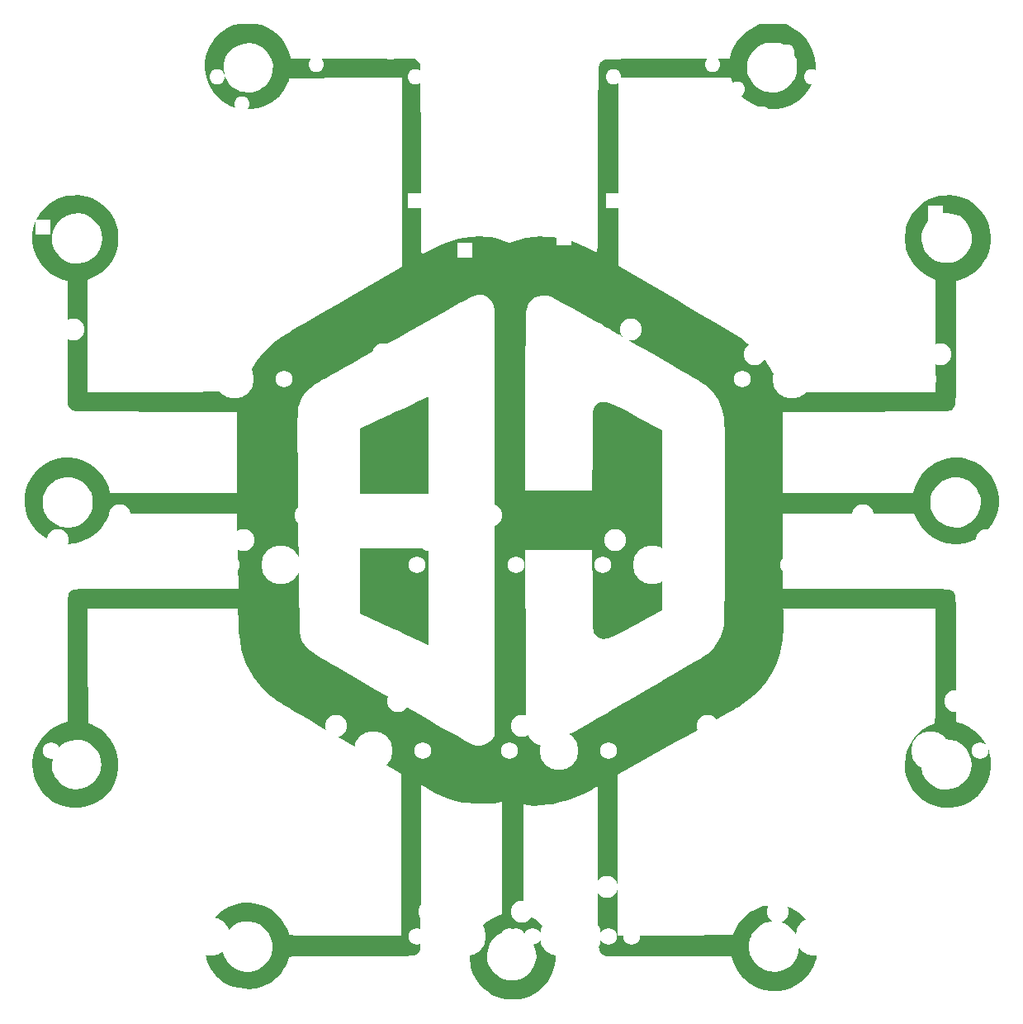
<source format=gbr>
%TF.GenerationSoftware,KiCad,Pcbnew,(5.99.0-10540-g55c1d814f9)*%
%TF.CreationDate,2021-05-28T08:01:38+02:00*%
%TF.ProjectId,0xcb-static,30786362-2d73-4746-9174-69632e6b6963,1.0*%
%TF.SameCoordinates,Original*%
%TF.FileFunction,Legend,Bot*%
%TF.FilePolarity,Positive*%
%FSLAX46Y46*%
G04 Gerber Fmt 4.6, Leading zero omitted, Abs format (unit mm)*
G04 Created by KiCad (PCBNEW (5.99.0-10540-g55c1d814f9)) date 2021-05-28 08:01:38*
%MOMM*%
%LPD*%
G01*
G04 APERTURE LIST*
%ADD10C,1.750000*%
%ADD11C,3.987800*%
%ADD12C,2.250000*%
%ADD13R,1.600000X1.600000*%
%ADD14O,1.600000X1.600000*%
%ADD15C,2.000000*%
%ADD16C,3.048000*%
%ADD17R,1.700000X1.700000*%
%ADD18O,1.700000X1.700000*%
%ADD19R,2.200000X2.200000*%
%ADD20O,2.200000X2.200000*%
%ADD21C,1.400000*%
%ADD22O,1.400000X1.400000*%
%ADD23C,1.600000*%
%ADD24C,1.500000*%
%ADD25R,2.000000X2.000000*%
%ADD26R,2.000000X3.200000*%
%ADD27C,0.700000*%
%ADD28O,0.900000X1.700000*%
%ADD29O,0.900000X2.400000*%
G04 APERTURE END LIST*
%TO.C,G\u002A\u002A\u002A*%
G36*
X143451231Y-107248947D02*
G01*
X143197231Y-107139519D01*
X143110852Y-107100678D01*
X142887253Y-106997978D01*
X142549927Y-106841956D01*
X142114373Y-106639813D01*
X141596088Y-106398755D01*
X141010573Y-106125983D01*
X140373326Y-105828700D01*
X139699846Y-105514111D01*
X136456461Y-103998132D01*
X136436084Y-100664758D01*
X136415706Y-97331385D01*
X143451231Y-97331385D01*
X143451231Y-107248947D01*
G37*
G36*
X143451231Y-91704308D02*
G01*
X136415706Y-91704308D01*
X136436084Y-88365020D01*
X136456461Y-85025733D01*
X139270000Y-83720578D01*
X139347896Y-83684445D01*
X139997143Y-83383379D01*
X140626728Y-83091594D01*
X141216300Y-82818511D01*
X141745504Y-82573553D01*
X142193988Y-82366140D01*
X142541399Y-82205694D01*
X142767385Y-82101636D01*
X143451231Y-81787848D01*
X143451231Y-91704308D01*
G37*
G36*
X183026842Y-48943727D02*
G01*
X182777120Y-49680118D01*
X182409289Y-50348130D01*
X181937151Y-50936860D01*
X181374507Y-51435404D01*
X180735158Y-51832858D01*
X180032907Y-52118318D01*
X179281554Y-52280881D01*
X178494901Y-52309641D01*
X177686749Y-52193697D01*
X177235957Y-52059813D01*
X176532220Y-51734899D01*
X175892242Y-51295859D01*
X175338014Y-50761832D01*
X174891528Y-50151957D01*
X174574776Y-49485372D01*
X174441619Y-49110462D01*
X162910923Y-49110462D01*
X162950615Y-68357024D01*
X168929385Y-71885306D01*
X169688464Y-72333617D01*
X170562890Y-72850933D01*
X171398777Y-73346381D01*
X172185439Y-73813582D01*
X172912190Y-74246159D01*
X173568345Y-74637732D01*
X174143216Y-74981924D01*
X174626119Y-75272355D01*
X175006367Y-75502647D01*
X175273274Y-75666421D01*
X175416154Y-75757299D01*
X176158630Y-76295317D01*
X177089840Y-77099976D01*
X177874418Y-77952104D01*
X178514557Y-78854508D01*
X179012450Y-79809998D01*
X179370292Y-80821385D01*
X179505781Y-81309846D01*
X195423538Y-81309846D01*
X195423538Y-69846784D01*
X194746385Y-69511241D01*
X194291646Y-69253083D01*
X193646334Y-68749079D01*
X193109927Y-68144656D01*
X192694835Y-67454797D01*
X192413467Y-66694486D01*
X192347632Y-66340699D01*
X192308202Y-65847778D01*
X192307935Y-65756464D01*
X194009756Y-65756464D01*
X194122420Y-66315636D01*
X194364855Y-66845129D01*
X194741011Y-67322776D01*
X194865851Y-67437393D01*
X195165393Y-67667740D01*
X195459048Y-67848426D01*
X195510235Y-67873997D01*
X195784591Y-67982972D01*
X196086036Y-68044891D01*
X196478615Y-68073916D01*
X196601472Y-68077069D01*
X197162638Y-68040226D01*
X197637019Y-67903131D01*
X198063647Y-67650021D01*
X198481554Y-67265137D01*
X198656231Y-67061376D01*
X198963900Y-66553247D01*
X199128537Y-65994042D01*
X199156290Y-65366462D01*
X199143104Y-65204004D01*
X199019218Y-64629806D01*
X198769648Y-64130222D01*
X198380426Y-63674789D01*
X198195629Y-63505835D01*
X197850841Y-63249517D01*
X197501981Y-63089729D01*
X197099999Y-63007477D01*
X196595846Y-62983768D01*
X196543620Y-62983773D01*
X196175559Y-62991668D01*
X195908644Y-63019267D01*
X195693850Y-63074572D01*
X195482152Y-63165588D01*
X195254657Y-63291287D01*
X194777754Y-63666340D01*
X194410859Y-64122552D01*
X194157927Y-64637755D01*
X194022909Y-65189782D01*
X194009756Y-65756464D01*
X192307935Y-65756464D01*
X192306652Y-65318151D01*
X192342892Y-64813029D01*
X192416834Y-64393626D01*
X192607100Y-63831805D01*
X192980611Y-63133130D01*
X193475952Y-62511590D01*
X194078313Y-61982030D01*
X194772884Y-61559295D01*
X195544855Y-61258229D01*
X195807215Y-61198894D01*
X196309372Y-61143325D01*
X196862227Y-61135515D01*
X197405526Y-61175349D01*
X197879019Y-61262711D01*
X198103380Y-61329154D01*
X198825137Y-61643368D01*
X199472845Y-62080552D01*
X200033024Y-62623141D01*
X200492188Y-63253572D01*
X200836856Y-63954280D01*
X201053544Y-64707699D01*
X201116386Y-65366462D01*
X201128769Y-65496266D01*
X201117577Y-65878106D01*
X201046492Y-66426362D01*
X200896579Y-66955599D01*
X200652549Y-67531145D01*
X200461315Y-67886230D01*
X199988943Y-68524251D01*
X199407029Y-69062302D01*
X198732698Y-69485952D01*
X197983077Y-69780767D01*
X197533692Y-69910476D01*
X197533400Y-76215853D01*
X197533396Y-76292432D01*
X197533226Y-77423775D01*
X197532680Y-78409920D01*
X197531517Y-79261315D01*
X197529492Y-79988410D01*
X197526363Y-80601652D01*
X197521887Y-81111491D01*
X197515819Y-81528377D01*
X197507918Y-81862757D01*
X197497939Y-82125081D01*
X197485639Y-82325797D01*
X197470776Y-82475356D01*
X197453107Y-82584205D01*
X197432387Y-82662793D01*
X197408373Y-82721570D01*
X197380824Y-82770984D01*
X197375173Y-82780114D01*
X197205656Y-82993465D01*
X197013354Y-83161754D01*
X197011588Y-83162904D01*
X196971036Y-83184995D01*
X196915686Y-83204687D01*
X196836692Y-83222144D01*
X196725212Y-83237530D01*
X196572400Y-83251009D01*
X196369412Y-83262747D01*
X196107404Y-83272908D01*
X195777532Y-83281657D01*
X195370950Y-83289157D01*
X194878816Y-83295575D01*
X194292285Y-83301073D01*
X193602511Y-83305818D01*
X192800652Y-83309973D01*
X191877863Y-83313703D01*
X190825299Y-83317173D01*
X189634116Y-83320548D01*
X188295469Y-83323991D01*
X179792769Y-83345212D01*
X179792769Y-91626154D01*
X193141852Y-91626154D01*
X193303073Y-91095370D01*
X193373401Y-90886697D01*
X193704749Y-90202848D01*
X194161700Y-89576947D01*
X194722680Y-89031039D01*
X195366116Y-88587171D01*
X196070435Y-88267388D01*
X196087956Y-88261426D01*
X196656625Y-88123109D01*
X197294211Y-88054818D01*
X197933072Y-88060027D01*
X198505565Y-88142216D01*
X198666663Y-88182712D01*
X199390138Y-88441153D01*
X200031625Y-88814473D01*
X200628171Y-89323286D01*
X200652026Y-89347183D01*
X201171134Y-89969311D01*
X201553284Y-90636644D01*
X201804334Y-91334628D01*
X201930143Y-92048707D01*
X201935474Y-92642154D01*
X201936571Y-92764329D01*
X201829476Y-93466938D01*
X201614718Y-94141981D01*
X201298156Y-94774902D01*
X200885648Y-95351147D01*
X200383054Y-95856162D01*
X199796232Y-96275393D01*
X199131043Y-96594285D01*
X198393345Y-96798284D01*
X197588996Y-96872836D01*
X197496253Y-96872610D01*
X196642672Y-96792497D01*
X195856756Y-96574569D01*
X195146369Y-96223598D01*
X194519378Y-95744357D01*
X193983647Y-95141618D01*
X193547041Y-94420154D01*
X193209678Y-93736308D01*
X179792769Y-93736308D01*
X179792769Y-101473539D01*
X188276343Y-101473539D01*
X189032284Y-101473479D01*
X190312530Y-101473239D01*
X191449916Y-101473233D01*
X192453164Y-101473931D01*
X193330999Y-101475806D01*
X194092142Y-101479328D01*
X194745318Y-101484970D01*
X195299249Y-101493204D01*
X195762658Y-101504500D01*
X196144269Y-101519330D01*
X196452804Y-101538167D01*
X196696988Y-101561481D01*
X196885542Y-101589745D01*
X197027190Y-101623430D01*
X197130655Y-101663007D01*
X197204661Y-101708949D01*
X197257930Y-101761727D01*
X197299186Y-101821813D01*
X197337151Y-101889678D01*
X197380549Y-101965794D01*
X197388141Y-101978449D01*
X197414487Y-102028739D01*
X197437434Y-102090929D01*
X197457218Y-102175336D01*
X197474074Y-102292273D01*
X197488236Y-102452055D01*
X197499939Y-102664997D01*
X197509418Y-102941415D01*
X197516909Y-103291622D01*
X197522647Y-103725933D01*
X197526865Y-104254663D01*
X197529800Y-104888128D01*
X197531686Y-105636640D01*
X197532758Y-106510517D01*
X197533251Y-107520071D01*
X197533400Y-108675619D01*
X197533692Y-115135237D01*
X198064476Y-115296458D01*
X198111577Y-115311130D01*
X198793450Y-115606934D01*
X199425502Y-116032267D01*
X199987048Y-116564361D01*
X200457403Y-117180449D01*
X200815883Y-117857764D01*
X201041803Y-118573539D01*
X201097213Y-118892719D01*
X201124261Y-119487145D01*
X201134570Y-119713707D01*
X201023054Y-120514284D01*
X200767710Y-121277376D01*
X200373581Y-121985909D01*
X199845710Y-122622810D01*
X199652839Y-122805889D01*
X199012202Y-123286414D01*
X198325057Y-123632877D01*
X197607408Y-123849514D01*
X196875262Y-123940563D01*
X196144623Y-123910261D01*
X195431498Y-123762845D01*
X194751891Y-123502551D01*
X194121809Y-123133617D01*
X193557257Y-122660280D01*
X193074240Y-122086777D01*
X192688764Y-121417345D01*
X192416834Y-120656220D01*
X192319642Y-120093486D01*
X192298363Y-119488000D01*
X193977692Y-119488000D01*
X193979490Y-119736349D01*
X193994665Y-120013745D01*
X194035865Y-120227541D01*
X194115524Y-120433252D01*
X194246073Y-120686398D01*
X194530032Y-121115343D01*
X194981673Y-121553597D01*
X195542211Y-121880382D01*
X196030320Y-122037835D01*
X196601719Y-122087792D01*
X197158769Y-122006743D01*
X197682279Y-121807507D01*
X198153062Y-121502901D01*
X198551925Y-121105744D01*
X198859680Y-120628853D01*
X199057136Y-120085048D01*
X199125105Y-119487145D01*
X199058792Y-118928476D01*
X198852087Y-118353176D01*
X198521311Y-117837886D01*
X198083060Y-117407940D01*
X197553930Y-117088676D01*
X197437955Y-117042578D01*
X196981865Y-116937788D01*
X196472741Y-116910707D01*
X195973484Y-116961307D01*
X195546995Y-117089560D01*
X195086201Y-117346965D01*
X194613513Y-117762025D01*
X194246073Y-118289602D01*
X194152579Y-118466758D01*
X194057417Y-118682052D01*
X194004837Y-118887012D01*
X193982406Y-119137156D01*
X193977692Y-119488000D01*
X192298363Y-119488000D01*
X192296114Y-119424016D01*
X192354189Y-118750280D01*
X192491912Y-118137820D01*
X192700945Y-117618473D01*
X193035687Y-117033142D01*
X193440696Y-116502504D01*
X193881707Y-116077361D01*
X194007961Y-115982954D01*
X194293091Y-115795446D01*
X194606692Y-115613138D01*
X194909517Y-115456973D01*
X195162318Y-115347890D01*
X195325846Y-115306831D01*
X195335332Y-115300074D01*
X195353049Y-115240267D01*
X195368393Y-115111447D01*
X195381508Y-114904885D01*
X195392539Y-114611850D01*
X195401631Y-114223615D01*
X195408927Y-113731450D01*
X195414572Y-113126626D01*
X195418712Y-112400413D01*
X195421490Y-111544083D01*
X195423050Y-110548906D01*
X195423538Y-109406154D01*
X195423538Y-103505539D01*
X179782236Y-103505539D01*
X179835774Y-103674222D01*
X179844365Y-103716666D01*
X179861969Y-103910826D01*
X179875982Y-104214705D01*
X179885148Y-104595992D01*
X179886016Y-104716923D01*
X179888209Y-105022376D01*
X179884336Y-105264000D01*
X179881119Y-105464749D01*
X179776007Y-106756838D01*
X179543635Y-107959506D01*
X179182045Y-109076427D01*
X178689278Y-110111275D01*
X178063376Y-111067723D01*
X177302380Y-111949446D01*
X176404333Y-112760117D01*
X175367276Y-113503410D01*
X175264049Y-113566246D01*
X175015758Y-113711058D01*
X174650081Y-113920597D01*
X174178057Y-114188658D01*
X173610721Y-114509037D01*
X172959113Y-114875527D01*
X172234270Y-115281923D01*
X171447229Y-115722020D01*
X170609027Y-116189612D01*
X169730703Y-116678494D01*
X168823294Y-117182462D01*
X162836190Y-120504000D01*
X162834787Y-128769261D01*
X162833385Y-137034521D01*
X168742700Y-137014491D01*
X174652016Y-136994462D01*
X174774423Y-136681846D01*
X174832263Y-136541924D01*
X175216250Y-135847940D01*
X175722042Y-135230710D01*
X176329046Y-134708547D01*
X177016667Y-134299768D01*
X177764313Y-134022688D01*
X178121760Y-133956585D01*
X178613330Y-133917905D01*
X179141271Y-133916793D01*
X179644571Y-133953140D01*
X180062220Y-134026834D01*
X180719594Y-134260970D01*
X181401416Y-134649471D01*
X182008707Y-135153350D01*
X182522459Y-135753547D01*
X182923664Y-136431000D01*
X183193314Y-137166650D01*
X183201469Y-137199388D01*
X183263472Y-137580286D01*
X183297716Y-138048713D01*
X183299026Y-138164325D01*
X183303336Y-138544567D01*
X183279463Y-139007748D01*
X183225231Y-139378154D01*
X183176885Y-139566067D01*
X182898525Y-140271809D01*
X182490704Y-140923724D01*
X181972428Y-141503042D01*
X181362704Y-141990990D01*
X180680541Y-142368799D01*
X179944944Y-142617697D01*
X179461167Y-142703807D01*
X178652822Y-142728714D01*
X177859682Y-142610794D01*
X177103350Y-142356063D01*
X176405430Y-141970536D01*
X175787525Y-141460226D01*
X175508075Y-141150546D01*
X175127588Y-140618821D01*
X174825224Y-140056574D01*
X174631364Y-139514923D01*
X174537905Y-139143692D01*
X161606038Y-139143692D01*
X161340481Y-138964929D01*
X161314069Y-138947570D01*
X161239031Y-138901074D01*
X161172358Y-138857735D01*
X161113516Y-138808694D01*
X161061971Y-138745091D01*
X161017189Y-138658069D01*
X160978636Y-138538767D01*
X160945778Y-138378328D01*
X160918082Y-138167892D01*
X160914638Y-138127692D01*
X176314923Y-138127692D01*
X176322385Y-138481279D01*
X176353330Y-138749503D01*
X176419668Y-138981158D01*
X176533303Y-139236702D01*
X176543592Y-139257332D01*
X176810342Y-139668484D01*
X177164588Y-140051379D01*
X177562776Y-140365360D01*
X177961352Y-140569769D01*
X178376076Y-140689017D01*
X178970945Y-140748357D01*
X179542650Y-140659901D01*
X180111718Y-140422241D01*
X180431402Y-140216755D01*
X180869858Y-139800044D01*
X181197010Y-139302820D01*
X181401836Y-138749456D01*
X181473318Y-138164325D01*
X181400437Y-137571800D01*
X181197699Y-137016905D01*
X180866271Y-136498793D01*
X180436146Y-136081598D01*
X179924916Y-135778520D01*
X179350171Y-135602760D01*
X178729503Y-135567519D01*
X178563255Y-135582341D01*
X177950423Y-135727225D01*
X177413915Y-136008054D01*
X176957007Y-136422686D01*
X176582978Y-136968982D01*
X176517509Y-137091776D01*
X176408143Y-137325657D01*
X176347139Y-137536434D01*
X176320673Y-137783862D01*
X176314923Y-138127692D01*
X160914638Y-138127692D01*
X160895013Y-137898600D01*
X160876038Y-137561595D01*
X160860623Y-137148016D01*
X160848233Y-136649005D01*
X160838336Y-136055703D01*
X160830397Y-135359252D01*
X160823881Y-134550792D01*
X160818256Y-133621465D01*
X160812988Y-132562411D01*
X160807542Y-131364773D01*
X160801385Y-130019691D01*
X160762308Y-121716304D01*
X160293385Y-122002424D01*
X160113327Y-122108446D01*
X159414411Y-122467148D01*
X158620999Y-122807688D01*
X157780836Y-123112312D01*
X156941666Y-123363265D01*
X156151231Y-123542792D01*
X155736611Y-123612326D01*
X154961628Y-123701317D01*
X154284178Y-123721038D01*
X153718432Y-123671443D01*
X153278564Y-123552481D01*
X153278472Y-123552443D01*
X153252434Y-123547902D01*
X153229983Y-123564207D01*
X153210902Y-123611777D01*
X153194973Y-123701033D01*
X153181981Y-123842394D01*
X153171707Y-124046281D01*
X153163935Y-124323114D01*
X153158447Y-124683312D01*
X153155026Y-125137297D01*
X153153456Y-125695487D01*
X153153518Y-126368302D01*
X153154997Y-127166164D01*
X153157674Y-128099491D01*
X153161333Y-129178704D01*
X153181385Y-134861602D01*
X153671934Y-135046009D01*
X154332550Y-135357552D01*
X154985340Y-135824378D01*
X155539672Y-136412018D01*
X155992854Y-137118068D01*
X156088465Y-137310929D01*
X156361357Y-138066707D01*
X156490563Y-138835168D01*
X156486719Y-139236992D01*
X156483247Y-139599942D01*
X156346572Y-140344659D01*
X156087701Y-141052951D01*
X155713797Y-141708446D01*
X155232024Y-142294777D01*
X154649544Y-142795573D01*
X153973520Y-143194464D01*
X153211116Y-143475081D01*
X152766178Y-143562306D01*
X152058963Y-143597762D01*
X151325965Y-143529387D01*
X150615798Y-143362766D01*
X149977077Y-143103485D01*
X149428528Y-142750328D01*
X148883549Y-142251301D01*
X148410561Y-141660740D01*
X148035525Y-141011410D01*
X147784401Y-140336078D01*
X147722444Y-140019996D01*
X147677163Y-139517173D01*
X147673301Y-138995570D01*
X149430383Y-138995570D01*
X149475286Y-139572398D01*
X149652142Y-140125632D01*
X149948487Y-140628983D01*
X150351859Y-141056160D01*
X150849798Y-141380874D01*
X151171017Y-141506996D01*
X151722664Y-141616381D01*
X152286298Y-141616842D01*
X152803710Y-141504689D01*
X153041130Y-141407674D01*
X153562993Y-141083440D01*
X153983670Y-140640800D01*
X154305812Y-140077236D01*
X154401483Y-139823636D01*
X154512346Y-139236992D01*
X154478629Y-138656973D01*
X154307555Y-138102435D01*
X154006350Y-137592229D01*
X153582238Y-137145211D01*
X153042442Y-136780234D01*
X153015735Y-136766196D01*
X152826621Y-136683913D01*
X152620083Y-136634530D01*
X152349938Y-136610462D01*
X151970000Y-136604124D01*
X151910636Y-136604220D01*
X151548212Y-136612507D01*
X151289348Y-136639550D01*
X151087858Y-136692930D01*
X150897558Y-136780234D01*
X150543277Y-136997252D01*
X150070722Y-137417457D01*
X149724735Y-137925963D01*
X149498836Y-138530882D01*
X149430383Y-138995570D01*
X147673301Y-138995570D01*
X147673141Y-138973907D01*
X147710269Y-138452894D01*
X147788437Y-138016828D01*
X147879427Y-137720697D01*
X148206802Y-137007865D01*
X148659159Y-136358628D01*
X149216698Y-135794423D01*
X149859623Y-135336688D01*
X150568136Y-135006862D01*
X150993077Y-134857219D01*
X151013118Y-129059286D01*
X151013652Y-128904362D01*
X151017159Y-127833604D01*
X151019676Y-126907444D01*
X151020993Y-126115558D01*
X151020898Y-125447621D01*
X151019182Y-124893307D01*
X151015634Y-124442293D01*
X151010044Y-124084252D01*
X151002201Y-123808861D01*
X150991896Y-123605795D01*
X150978917Y-123464728D01*
X150963054Y-123375337D01*
X150944098Y-123327295D01*
X150921837Y-123310278D01*
X150896062Y-123313962D01*
X150833787Y-123336708D01*
X150549159Y-123414651D01*
X150204675Y-123467384D01*
X149776478Y-123496744D01*
X149240711Y-123504565D01*
X148573517Y-123492685D01*
X148506348Y-123490744D01*
X147982153Y-123472529D01*
X147570588Y-123449512D01*
X147232361Y-123416965D01*
X146928177Y-123370159D01*
X146618745Y-123304366D01*
X146264769Y-123214859D01*
X145215134Y-122890915D01*
X144240467Y-122483879D01*
X143361800Y-121995444D01*
X142708769Y-121580835D01*
X142669692Y-130030110D01*
X142663291Y-131350239D01*
X142656560Y-132588881D01*
X142649682Y-133686364D01*
X142642531Y-134650439D01*
X142634978Y-135488859D01*
X142626897Y-136209379D01*
X142618159Y-136819749D01*
X142608639Y-137327724D01*
X142598208Y-137741055D01*
X142586739Y-138067496D01*
X142574104Y-138314800D01*
X142567682Y-138395916D01*
X142560177Y-138490719D01*
X142544830Y-138603005D01*
X142527935Y-138659413D01*
X142520286Y-138672153D01*
X142374182Y-138838730D01*
X142176243Y-138991275D01*
X142169038Y-138995628D01*
X142119208Y-139022387D01*
X142058296Y-139045701D01*
X141975929Y-139065807D01*
X141861733Y-139082943D01*
X141705336Y-139097347D01*
X141496364Y-139109256D01*
X141224444Y-139118908D01*
X140879202Y-139126541D01*
X140450265Y-139132392D01*
X139927261Y-139136699D01*
X139299815Y-139139701D01*
X138557555Y-139141634D01*
X137690107Y-139142736D01*
X136687097Y-139143246D01*
X135538154Y-139143400D01*
X134448167Y-139143556D01*
X133438038Y-139144085D01*
X132564867Y-139145203D01*
X131818707Y-139147130D01*
X131189613Y-139150086D01*
X130667637Y-139154291D01*
X130242834Y-139159964D01*
X129905257Y-139167326D01*
X129644960Y-139176596D01*
X129451998Y-139187993D01*
X129316423Y-139201739D01*
X129228290Y-139218052D01*
X129177652Y-139237153D01*
X129154563Y-139259261D01*
X129149077Y-139284596D01*
X129144524Y-139331877D01*
X129077594Y-139550049D01*
X128946330Y-139846522D01*
X128770797Y-140184256D01*
X128571064Y-140526212D01*
X128367198Y-140835353D01*
X128179265Y-141074637D01*
X127878466Y-141376119D01*
X127235453Y-141857392D01*
X126514965Y-142211319D01*
X125735731Y-142429693D01*
X124916477Y-142504308D01*
X124706073Y-142500764D01*
X123892313Y-142409230D01*
X123158065Y-142189373D01*
X122487510Y-141835160D01*
X121864829Y-141340559D01*
X121590817Y-141064613D01*
X121098303Y-140427368D01*
X120751199Y-139738020D01*
X120545205Y-138986727D01*
X120486134Y-138284000D01*
X122290020Y-138284000D01*
X122309008Y-138488434D01*
X122461348Y-139101205D01*
X122744290Y-139639196D01*
X123146295Y-140088470D01*
X123655826Y-140435091D01*
X124261343Y-140665121D01*
X124327958Y-140682093D01*
X124634625Y-140749988D01*
X124874916Y-140771052D01*
X125118931Y-140745878D01*
X125436769Y-140675060D01*
X125549538Y-140645594D01*
X125986042Y-140486596D01*
X126360516Y-140255654D01*
X126734517Y-139916802D01*
X127065107Y-139497809D01*
X127318762Y-138963841D01*
X127438548Y-138395916D01*
X127425351Y-137817516D01*
X127280052Y-137252121D01*
X127003537Y-136723214D01*
X126596688Y-136254276D01*
X126219279Y-135963419D01*
X125670777Y-135694576D01*
X125094545Y-135564718D01*
X124512156Y-135572889D01*
X123945180Y-135718134D01*
X123415188Y-135999497D01*
X122943751Y-136416024D01*
X122783357Y-136608452D01*
X122478171Y-137116129D01*
X122316612Y-137666397D01*
X122290020Y-138284000D01*
X120486134Y-138284000D01*
X120476018Y-138163651D01*
X120506148Y-137505680D01*
X120637524Y-136783654D01*
X120883130Y-136137137D01*
X121253814Y-135539087D01*
X121760428Y-134962462D01*
X122298575Y-134504188D01*
X122972676Y-134101632D01*
X123687853Y-133831149D01*
X124426916Y-133689992D01*
X125172676Y-133675412D01*
X125907945Y-133784661D01*
X126615533Y-134014989D01*
X127278251Y-134363648D01*
X127878910Y-134827891D01*
X128400322Y-135404968D01*
X128825297Y-136092130D01*
X128894726Y-136234277D01*
X129025118Y-136522957D01*
X129115359Y-136753676D01*
X129149077Y-136886281D01*
X129149592Y-136897972D01*
X129158759Y-136924237D01*
X129187590Y-136946873D01*
X129246596Y-136966149D01*
X129346289Y-136982336D01*
X129497179Y-136995702D01*
X129709777Y-137006517D01*
X129994594Y-137015051D01*
X130362142Y-137021572D01*
X130822931Y-137026351D01*
X131387473Y-137029657D01*
X132066278Y-137031760D01*
X132869858Y-137032927D01*
X133808723Y-137033431D01*
X134893385Y-137033539D01*
X140637692Y-137033539D01*
X140636922Y-128729692D01*
X140636151Y-120425846D01*
X134524310Y-116869846D01*
X133678296Y-116376911D01*
X132791564Y-115858719D01*
X131943006Y-115361286D01*
X131143411Y-114891009D01*
X130403567Y-114454284D01*
X129734261Y-114057507D01*
X129146282Y-113707076D01*
X128650417Y-113409386D01*
X128257454Y-113170834D01*
X127978182Y-112997816D01*
X127823389Y-112896728D01*
X126952593Y-112197819D01*
X126172892Y-111403956D01*
X125506913Y-110540132D01*
X124975093Y-109629785D01*
X124757584Y-109161401D01*
X124475347Y-108423418D01*
X124258539Y-107653475D01*
X124100674Y-106821754D01*
X123995260Y-105898434D01*
X123935811Y-104853692D01*
X123889118Y-103505539D01*
X108516461Y-103505539D01*
X108516461Y-109406154D01*
X108516573Y-109979075D01*
X108517563Y-111049201D01*
X108519696Y-111975983D01*
X108523116Y-112768149D01*
X108527967Y-113434430D01*
X108534395Y-113983553D01*
X108542543Y-114424249D01*
X108552557Y-114765246D01*
X108564580Y-115015274D01*
X108578758Y-115183061D01*
X108595234Y-115277337D01*
X108614154Y-115306831D01*
X108687387Y-115318862D01*
X108903158Y-115398613D01*
X109187382Y-115535279D01*
X109500811Y-115707919D01*
X109804197Y-115895594D01*
X110058293Y-116077361D01*
X110447129Y-116444392D01*
X110858322Y-116964958D01*
X111203397Y-117546368D01*
X111448088Y-118137820D01*
X111476625Y-118231808D01*
X111631270Y-119022720D01*
X111639197Y-119488000D01*
X111644898Y-119822592D01*
X111522907Y-120608248D01*
X111270698Y-121356512D01*
X110893670Y-122044208D01*
X110397224Y-122648161D01*
X109883132Y-123089332D01*
X109190084Y-123505763D01*
X108438580Y-123787399D01*
X107647250Y-123929441D01*
X106834721Y-123927093D01*
X106019624Y-123775556D01*
X105662082Y-123658225D01*
X104946950Y-123310879D01*
X104317769Y-122848497D01*
X103784348Y-122287419D01*
X103356495Y-121643987D01*
X103044022Y-120934542D01*
X102856736Y-120175424D01*
X102811376Y-119488000D01*
X104817179Y-119488000D01*
X104820584Y-119700334D01*
X104850552Y-119995661D01*
X104926769Y-120260221D01*
X105067539Y-120573374D01*
X105112748Y-120661389D01*
X105471112Y-121180365D01*
X105925036Y-121588578D01*
X106456359Y-121869086D01*
X106660976Y-121935554D01*
X107251275Y-122023880D01*
X107837712Y-121971934D01*
X108396130Y-121789588D01*
X108902373Y-121486717D01*
X109332288Y-121073194D01*
X109661716Y-120558892D01*
X109745012Y-120374717D01*
X109827245Y-120123539D01*
X109866760Y-119850186D01*
X109876954Y-119488000D01*
X109855687Y-119106960D01*
X109723302Y-118551519D01*
X109460312Y-118064187D01*
X109055844Y-117620232D01*
X108875700Y-117471391D01*
X108361611Y-117167233D01*
X107820804Y-116997851D01*
X107272317Y-116954857D01*
X106735190Y-117029859D01*
X106228461Y-117214470D01*
X105771171Y-117500299D01*
X105382359Y-117878956D01*
X105081063Y-118342051D01*
X104886324Y-118881196D01*
X104817179Y-119488000D01*
X102811376Y-119488000D01*
X102804446Y-119382977D01*
X102896964Y-118573539D01*
X102917190Y-118482067D01*
X103156498Y-117782268D01*
X103526115Y-117118318D01*
X104004434Y-116513989D01*
X104569846Y-115993054D01*
X105200745Y-115579286D01*
X105875524Y-115296458D01*
X106406308Y-115135237D01*
X106406308Y-108691276D01*
X106406171Y-107574545D01*
X106406165Y-106529252D01*
X106406990Y-105620736D01*
X106409347Y-104838933D01*
X106413939Y-104173776D01*
X106421466Y-103615201D01*
X106432629Y-103153144D01*
X106448130Y-102777537D01*
X106468671Y-102478318D01*
X106494952Y-102245421D01*
X106527674Y-102068780D01*
X106567540Y-101938330D01*
X106615251Y-101844008D01*
X106671507Y-101775747D01*
X106737010Y-101723482D01*
X106812462Y-101677149D01*
X106898563Y-101626682D01*
X106919462Y-101614353D01*
X106965525Y-101591587D01*
X107024399Y-101571427D01*
X107105052Y-101553713D01*
X107216453Y-101538288D01*
X107367571Y-101524992D01*
X107567374Y-101513667D01*
X107824831Y-101504155D01*
X108148910Y-101496297D01*
X108548580Y-101489933D01*
X109032809Y-101484907D01*
X109610566Y-101481059D01*
X110290819Y-101478230D01*
X111082538Y-101476263D01*
X111994690Y-101474997D01*
X113036244Y-101474276D01*
X114216169Y-101473940D01*
X115543433Y-101473831D01*
X123938096Y-101473539D01*
X123886476Y-98718615D01*
X123879078Y-98312372D01*
X123867142Y-97605797D01*
X123856516Y-96913038D01*
X123847581Y-96262587D01*
X123840719Y-95682936D01*
X123836310Y-95202577D01*
X123834736Y-94850000D01*
X123834615Y-93736308D01*
X110730322Y-93736308D01*
X110392959Y-94420154D01*
X110352223Y-94500924D01*
X109904896Y-95210210D01*
X109359264Y-95800273D01*
X108723195Y-96266339D01*
X108004551Y-96603637D01*
X107211199Y-96807393D01*
X106351004Y-96872836D01*
X106314375Y-96872478D01*
X105513063Y-96791922D01*
X104778576Y-96582535D01*
X104116781Y-96258886D01*
X103533543Y-95835546D01*
X103034726Y-95327083D01*
X102626197Y-94748065D01*
X102313819Y-94113061D01*
X102103458Y-93436641D01*
X102000980Y-92733374D01*
X102002417Y-92642154D01*
X103872929Y-92642154D01*
X103889295Y-92947834D01*
X104028152Y-93554177D01*
X104304039Y-94089042D01*
X104711482Y-94543389D01*
X105245005Y-94908176D01*
X105395468Y-94985573D01*
X105681118Y-95104290D01*
X105965132Y-95167295D01*
X106326172Y-95195491D01*
X106604066Y-95199022D01*
X107077065Y-95148333D01*
X107495308Y-95007836D01*
X107916530Y-94761787D01*
X107924706Y-94756144D01*
X108274869Y-94468323D01*
X108565817Y-94117747D01*
X108836098Y-93658154D01*
X108903020Y-93515266D01*
X108973415Y-93289767D01*
X109009354Y-93016743D01*
X109020654Y-92642154D01*
X108991322Y-92118268D01*
X108882843Y-91680210D01*
X108675773Y-91285271D01*
X108350717Y-90882507D01*
X107893586Y-90484246D01*
X107383309Y-90212740D01*
X106846762Y-90069295D01*
X106302813Y-90046497D01*
X105770332Y-90136931D01*
X105268188Y-90333181D01*
X104815249Y-90627832D01*
X104430384Y-91013470D01*
X104132463Y-91482680D01*
X103940355Y-92028046D01*
X103872929Y-92642154D01*
X102002417Y-92642154D01*
X102012249Y-92017828D01*
X102143131Y-91304572D01*
X102399490Y-90608176D01*
X102787192Y-89943207D01*
X103312102Y-89324236D01*
X103408605Y-89230692D01*
X104020565Y-88739877D01*
X104686647Y-88382833D01*
X105440632Y-88140778D01*
X105477172Y-88132442D01*
X106047894Y-88057106D01*
X106681645Y-88056819D01*
X107311258Y-88128080D01*
X107869565Y-88267388D01*
X108059901Y-88338278D01*
X108756587Y-88695145D01*
X109383274Y-89170382D01*
X109919322Y-89742894D01*
X110344087Y-90391589D01*
X110636927Y-91095370D01*
X110798148Y-91626154D01*
X123805937Y-91626154D01*
X123800738Y-87485880D01*
X123797683Y-85053202D01*
X130017724Y-85053202D01*
X130018149Y-85627785D01*
X130020264Y-86295651D01*
X130024043Y-87064676D01*
X130029457Y-87942738D01*
X130036480Y-88937714D01*
X130045084Y-90057482D01*
X130055243Y-91309919D01*
X130066419Y-92642154D01*
X130066929Y-92702901D01*
X130080114Y-94244308D01*
X130089134Y-95259088D01*
X130101413Y-96546284D01*
X130114198Y-97789575D01*
X130127355Y-98979595D01*
X130140746Y-100106977D01*
X130154236Y-101162355D01*
X130167688Y-102136362D01*
X130180967Y-103019631D01*
X130193936Y-103802796D01*
X130206459Y-104476491D01*
X130218400Y-105031348D01*
X130229622Y-105458002D01*
X130239990Y-105747085D01*
X130249368Y-105889231D01*
X130350545Y-106405549D01*
X130519503Y-106863267D01*
X130771465Y-107269975D01*
X131123601Y-107647860D01*
X131593082Y-108019107D01*
X132197077Y-108405902D01*
X132467561Y-108565859D01*
X132930349Y-108837688D01*
X133484460Y-109161520D01*
X134119594Y-109531430D01*
X134825453Y-109941493D01*
X135591736Y-110385786D01*
X136408145Y-110858384D01*
X137264381Y-111353362D01*
X138150143Y-111864797D01*
X139055133Y-112386763D01*
X139969051Y-112913337D01*
X140881599Y-113438593D01*
X141782476Y-113956608D01*
X142661383Y-114461458D01*
X143508021Y-114947217D01*
X144312092Y-115407961D01*
X145063294Y-115837766D01*
X145751330Y-116230708D01*
X146365899Y-116580862D01*
X146896703Y-116882303D01*
X147333442Y-117129108D01*
X147665817Y-117315352D01*
X147883529Y-117435111D01*
X147976278Y-117482459D01*
X148424057Y-117567248D01*
X148885711Y-117536053D01*
X149321630Y-117400307D01*
X149693611Y-117171922D01*
X149963450Y-116862810D01*
X150023177Y-116769547D01*
X150131381Y-116637089D01*
X150196927Y-116607748D01*
X150197602Y-116607629D01*
X150204050Y-116522078D01*
X150208222Y-116360275D01*
X150267313Y-116360275D01*
X150276667Y-116453026D01*
X150300174Y-116465253D01*
X150328769Y-116400923D01*
X150323129Y-116359549D01*
X150276667Y-116348821D01*
X150267313Y-116360275D01*
X150208222Y-116360275D01*
X150210072Y-116288554D01*
X150215673Y-115914626D01*
X150220859Y-115407864D01*
X150225634Y-114775838D01*
X150230004Y-114026117D01*
X150233973Y-113166270D01*
X150237548Y-112203868D01*
X150240732Y-111146479D01*
X150243531Y-110001674D01*
X150245950Y-108777021D01*
X150247995Y-107480091D01*
X150249669Y-106118452D01*
X150250979Y-104699675D01*
X150251930Y-103231329D01*
X150252526Y-101720983D01*
X150252773Y-100176208D01*
X150252676Y-98604571D01*
X150252369Y-97487692D01*
X153371885Y-97487692D01*
X153378279Y-100176208D01*
X153393865Y-106729385D01*
X153395019Y-107209613D01*
X153398451Y-108562438D01*
X153401900Y-109770328D01*
X153405505Y-110841827D01*
X153409408Y-111785485D01*
X153413748Y-112609848D01*
X153418666Y-113323462D01*
X153424301Y-113934877D01*
X153430794Y-114452638D01*
X153438286Y-114885294D01*
X153446915Y-115241391D01*
X153456823Y-115529476D01*
X153468150Y-115758097D01*
X153481036Y-115935801D01*
X153495621Y-116071136D01*
X153512044Y-116172648D01*
X153530448Y-116248885D01*
X153550970Y-116308394D01*
X153596288Y-116400923D01*
X153756063Y-116727148D01*
X154017021Y-117053606D01*
X154358769Y-117306799D01*
X154369562Y-117313042D01*
X154712828Y-117454088D01*
X155110737Y-117535118D01*
X155500926Y-117548469D01*
X155821030Y-117486478D01*
X155891141Y-117453980D01*
X156097740Y-117347680D01*
X156411755Y-117180416D01*
X156816071Y-116961697D01*
X157293575Y-116701035D01*
X157827152Y-116407938D01*
X158399686Y-116091918D01*
X158994063Y-115762484D01*
X159593170Y-115429147D01*
X160179890Y-115101416D01*
X160737110Y-114788801D01*
X161247715Y-114500814D01*
X161694591Y-114246963D01*
X162060622Y-114036760D01*
X162328694Y-113879713D01*
X162481692Y-113785334D01*
X162502382Y-113771900D01*
X162668612Y-113670157D01*
X162954742Y-113499902D01*
X163348085Y-113268522D01*
X163835952Y-112983401D01*
X164405656Y-112651925D01*
X165044508Y-112281481D01*
X165739821Y-111879453D01*
X166478907Y-111453229D01*
X167249077Y-111010193D01*
X167430040Y-110906163D01*
X168195273Y-110464872D01*
X168926967Y-110040759D01*
X169612344Y-109641360D01*
X170238629Y-109274213D01*
X170793043Y-108946855D01*
X171262810Y-108666825D01*
X171635152Y-108441658D01*
X171897294Y-108278892D01*
X172036456Y-108186065D01*
X172546484Y-107724728D01*
X173029410Y-107098906D01*
X173409466Y-106374418D01*
X173675059Y-105569772D01*
X173687453Y-105515037D01*
X173705565Y-105415027D01*
X173721865Y-105291647D01*
X173724471Y-105264000D01*
X173774923Y-105264000D01*
X173814000Y-105303077D01*
X173853077Y-105264000D01*
X173814000Y-105224923D01*
X173774923Y-105264000D01*
X173724471Y-105264000D01*
X173736478Y-105136590D01*
X173749528Y-104941546D01*
X173761053Y-104700030D01*
X173864506Y-104700030D01*
X173879967Y-104855180D01*
X173883081Y-104862147D01*
X173907547Y-104850396D01*
X173915995Y-104716923D01*
X173915479Y-104692653D01*
X173901948Y-104588847D01*
X173877071Y-104620718D01*
X173864506Y-104700030D01*
X173761053Y-104700030D01*
X173761140Y-104698207D01*
X173771437Y-104398265D01*
X173780545Y-104033409D01*
X173788588Y-103595333D01*
X173795690Y-103075727D01*
X173801975Y-102466283D01*
X173807569Y-101758691D01*
X173812596Y-100944644D01*
X173817180Y-100015832D01*
X173821445Y-98963948D01*
X173825516Y-97780681D01*
X173829518Y-96457725D01*
X173833575Y-94986769D01*
X173834378Y-94683720D01*
X173838113Y-93203220D01*
X173839402Y-92604720D01*
X194916707Y-92604720D01*
X194924404Y-92952358D01*
X194959356Y-93213794D01*
X195037012Y-93457967D01*
X195172821Y-93754209D01*
X195452643Y-94212939D01*
X195883280Y-94658663D01*
X196428061Y-95000130D01*
X196662960Y-95087048D01*
X197065736Y-95169380D01*
X197504561Y-95204394D01*
X197919159Y-95188224D01*
X198249255Y-95117000D01*
X198375110Y-95067415D01*
X198968508Y-94748765D01*
X199439920Y-94339402D01*
X199783829Y-93846838D01*
X199994719Y-93278585D01*
X200067071Y-92642154D01*
X200066777Y-92562134D01*
X200046591Y-92206904D01*
X199984260Y-91916824D01*
X199864980Y-91616775D01*
X199636126Y-91209416D01*
X199241354Y-90743199D01*
X198773701Y-90391447D01*
X198253740Y-90157691D01*
X197702041Y-90045465D01*
X197139175Y-90058301D01*
X196585713Y-90199731D01*
X196062225Y-90473289D01*
X195589283Y-90882507D01*
X195327735Y-91196989D01*
X195086715Y-91612608D01*
X194956415Y-92064672D01*
X194916707Y-92604720D01*
X173839402Y-92604720D01*
X173840987Y-91868788D01*
X173842814Y-90671843D01*
X173843407Y-89603803D01*
X173842577Y-88656085D01*
X173840139Y-87820107D01*
X173835905Y-87087286D01*
X173829688Y-86449041D01*
X173821300Y-85896789D01*
X173810555Y-85421948D01*
X173797265Y-85015936D01*
X173781243Y-84670170D01*
X173762303Y-84376069D01*
X173740256Y-84125049D01*
X173714916Y-83908529D01*
X173686096Y-83717927D01*
X173653608Y-83544660D01*
X173617265Y-83380145D01*
X173576880Y-83215801D01*
X173445769Y-82793832D01*
X173143600Y-82124793D01*
X172750503Y-81500679D01*
X172291010Y-80958297D01*
X171789656Y-80534453D01*
X171781005Y-80528654D01*
X171640715Y-80441861D01*
X171379037Y-80285744D01*
X171008609Y-80067656D01*
X170542068Y-79794952D01*
X169992053Y-79474985D01*
X169371201Y-79115108D01*
X168692149Y-78722677D01*
X167967537Y-78305044D01*
X167210000Y-77869564D01*
X167110229Y-77812274D01*
X166356248Y-77378722D01*
X165636819Y-76964007D01*
X164964579Y-76575479D01*
X164352167Y-76220490D01*
X163812224Y-75906390D01*
X163357386Y-75640528D01*
X163000294Y-75430256D01*
X162753585Y-75282924D01*
X162629899Y-75205882D01*
X162549867Y-75155560D01*
X162329637Y-75025500D01*
X162002408Y-74836999D01*
X161585987Y-74599981D01*
X161098185Y-74324371D01*
X160556809Y-74020094D01*
X159979668Y-73697076D01*
X159384572Y-73365240D01*
X158789329Y-73034512D01*
X158211747Y-72714816D01*
X157669637Y-72416079D01*
X157180805Y-72148223D01*
X156763062Y-71921176D01*
X156434215Y-71744860D01*
X156212075Y-71629202D01*
X155933360Y-71502121D01*
X155618983Y-71410429D01*
X155291257Y-71384308D01*
X155166792Y-71387415D01*
X154644617Y-71481351D01*
X154209571Y-71703933D01*
X153864807Y-72052184D01*
X153637316Y-72478462D01*
X153613479Y-72523129D01*
X153458740Y-73113793D01*
X153448384Y-73221359D01*
X153435314Y-73501637D01*
X153423505Y-73933353D01*
X153412982Y-74513696D01*
X153403769Y-75239857D01*
X153395890Y-76109027D01*
X153389369Y-77118397D01*
X153384231Y-78265158D01*
X153380501Y-79546500D01*
X153378202Y-80959615D01*
X153377360Y-82501692D01*
X153376769Y-91391692D01*
X160249087Y-91391692D01*
X160271236Y-87230000D01*
X160274243Y-86669071D01*
X160278988Y-85843897D01*
X160283852Y-85153966D01*
X160289419Y-84586078D01*
X160296271Y-84127029D01*
X160304992Y-83763619D01*
X160316165Y-83482644D01*
X160330371Y-83270904D01*
X160348194Y-83115197D01*
X160370216Y-83002319D01*
X160397022Y-82919070D01*
X160429192Y-82852248D01*
X160467311Y-82788650D01*
X160523951Y-82704027D01*
X160746794Y-82481857D01*
X161036083Y-82361832D01*
X161429454Y-82325846D01*
X161432986Y-82325848D01*
X161598285Y-82332044D01*
X161766146Y-82354707D01*
X161951402Y-82400559D01*
X162168883Y-82476322D01*
X162433422Y-82588718D01*
X162759850Y-82744469D01*
X163162998Y-82950295D01*
X163657699Y-83212920D01*
X164258784Y-83539064D01*
X164981085Y-83935449D01*
X167366308Y-85248616D01*
X167366308Y-103706129D01*
X165041231Y-104969889D01*
X164923317Y-105033964D01*
X164229807Y-105409783D01*
X163655731Y-105718083D01*
X163186039Y-105965893D01*
X162805679Y-106160240D01*
X162499601Y-106308156D01*
X162252753Y-106416667D01*
X162050085Y-106492805D01*
X161876546Y-106543597D01*
X161717085Y-106576073D01*
X161556652Y-106597262D01*
X161472990Y-106604239D01*
X161051949Y-106563825D01*
X160710571Y-106390076D01*
X160452351Y-106084615D01*
X160445241Y-106072265D01*
X160411404Y-106006720D01*
X160382876Y-105930084D01*
X160359117Y-105829155D01*
X160339585Y-105690731D01*
X160323741Y-105501612D01*
X160311042Y-105248595D01*
X160300949Y-104918480D01*
X160292920Y-104498066D01*
X160286414Y-103974151D01*
X160280891Y-103333533D01*
X160275809Y-102563011D01*
X160270628Y-101649385D01*
X160247871Y-97487692D01*
X153371885Y-97487692D01*
X150252369Y-97487692D01*
X150252239Y-97013644D01*
X150251469Y-95410996D01*
X150250370Y-93804195D01*
X150248947Y-92200813D01*
X150247205Y-90608417D01*
X150245149Y-89034579D01*
X150242786Y-87486866D01*
X150240118Y-85972850D01*
X150237153Y-84500099D01*
X150233894Y-83076183D01*
X150230347Y-81708671D01*
X150226517Y-80405133D01*
X150222410Y-79173139D01*
X150218029Y-78020258D01*
X150213381Y-76954060D01*
X150208470Y-75982113D01*
X150203302Y-75111989D01*
X150197881Y-74351255D01*
X150192213Y-73707483D01*
X150186303Y-73188241D01*
X150180156Y-72801098D01*
X150173777Y-72553625D01*
X150167171Y-72453391D01*
X150160965Y-72437814D01*
X150267313Y-72437814D01*
X150276667Y-72530564D01*
X150300174Y-72542791D01*
X150328769Y-72478462D01*
X150323129Y-72437087D01*
X150276667Y-72426359D01*
X150267313Y-72437814D01*
X150160965Y-72437814D01*
X150085660Y-72248797D01*
X149852850Y-71908577D01*
X149539560Y-71615369D01*
X149191487Y-71417684D01*
X149026122Y-71359832D01*
X148854471Y-71319775D01*
X148678040Y-71310285D01*
X148480489Y-71337281D01*
X148245480Y-71406685D01*
X147956672Y-71524418D01*
X147597727Y-71696398D01*
X147152304Y-71928548D01*
X146604065Y-72226787D01*
X145936670Y-72597036D01*
X144918671Y-73164481D01*
X143217480Y-74112976D01*
X141648113Y-74988294D01*
X140207482Y-75792164D01*
X138892498Y-76526316D01*
X137700074Y-77192480D01*
X136627122Y-77792387D01*
X135670552Y-78327765D01*
X134827278Y-78800345D01*
X134094210Y-79211857D01*
X133468261Y-79564031D01*
X132946343Y-79858597D01*
X132525367Y-80097285D01*
X132202245Y-80281824D01*
X131973890Y-80413945D01*
X131837212Y-80495377D01*
X131305599Y-80873192D01*
X130782420Y-81395001D01*
X130389917Y-81993052D01*
X130120068Y-82677539D01*
X130112423Y-82704899D01*
X130094449Y-82779909D01*
X130078437Y-82869429D01*
X130064361Y-82981335D01*
X130052192Y-83123506D01*
X130041904Y-83303818D01*
X130033470Y-83530148D01*
X130026862Y-83810375D01*
X130022053Y-84152374D01*
X130019016Y-84564024D01*
X130017724Y-85053202D01*
X123797683Y-85053202D01*
X123795538Y-83345606D01*
X115468683Y-83324188D01*
X114315974Y-83321147D01*
X113119793Y-83317707D01*
X112063253Y-83314191D01*
X111137413Y-83310429D01*
X110333330Y-83306251D01*
X109642063Y-83301486D01*
X109054670Y-83295965D01*
X108562209Y-83289518D01*
X108155739Y-83281975D01*
X107826318Y-83273165D01*
X107565005Y-83262919D01*
X107362857Y-83251066D01*
X107210933Y-83237436D01*
X107100292Y-83221861D01*
X107021991Y-83204168D01*
X106967089Y-83184189D01*
X106926645Y-83161754D01*
X106918758Y-83156488D01*
X106725544Y-82984106D01*
X106559176Y-82770984D01*
X106557327Y-82767941D01*
X106530008Y-82718244D01*
X106506210Y-82658525D01*
X106485689Y-82578334D01*
X106468204Y-82467223D01*
X106453510Y-82314742D01*
X106441365Y-82110443D01*
X106431524Y-81843877D01*
X106423746Y-81504595D01*
X106417786Y-81082147D01*
X106413402Y-80566085D01*
X106410349Y-79945961D01*
X106408386Y-79211324D01*
X106407269Y-78351727D01*
X106406755Y-77356719D01*
X106406600Y-76215853D01*
X106406308Y-69910476D01*
X105956923Y-69780767D01*
X105419247Y-69585926D01*
X104716698Y-69190808D01*
X104083024Y-68655535D01*
X103704791Y-68215740D01*
X103289862Y-67540725D01*
X102997860Y-66802383D01*
X102835857Y-66026433D01*
X102816570Y-65416851D01*
X104812986Y-65416851D01*
X104850827Y-66007475D01*
X105035712Y-66596438D01*
X105152456Y-66822018D01*
X105493710Y-67286992D01*
X105919754Y-67681575D01*
X106388071Y-67962809D01*
X106870637Y-68114795D01*
X107453931Y-68160449D01*
X108036433Y-68074177D01*
X108589102Y-67864020D01*
X109082896Y-67538020D01*
X109488776Y-67104218D01*
X109728869Y-66705674D01*
X109928992Y-66137785D01*
X109991860Y-65555590D01*
X109923258Y-64980874D01*
X109728973Y-64435421D01*
X109414790Y-63941015D01*
X108986494Y-63519441D01*
X108449871Y-63192482D01*
X108108273Y-63067888D01*
X107530387Y-62978626D01*
X106944219Y-63019817D01*
X106396928Y-63191482D01*
X105975712Y-63428840D01*
X105503551Y-63830561D01*
X105147165Y-64308840D01*
X104914371Y-64844121D01*
X104812986Y-65416851D01*
X102816570Y-65416851D01*
X102810930Y-65238591D01*
X102930151Y-64464574D01*
X103170265Y-63775398D01*
X103557459Y-63079580D01*
X104057605Y-62462527D01*
X104653227Y-61942115D01*
X105326845Y-61536217D01*
X106060981Y-61262711D01*
X106337740Y-61203838D01*
X106863627Y-61145246D01*
X107422963Y-61134764D01*
X107955060Y-61172501D01*
X108399231Y-61258564D01*
X108980883Y-61470090D01*
X109694400Y-61862407D01*
X110320494Y-62366081D01*
X110844058Y-62965949D01*
X111249984Y-63646851D01*
X111523166Y-64393626D01*
X111590048Y-64755615D01*
X111630929Y-65253499D01*
X111632696Y-65555590D01*
X111634029Y-65783414D01*
X111599260Y-66284147D01*
X111526533Y-66694486D01*
X111366368Y-67178760D01*
X110999682Y-67896638D01*
X110507055Y-68534667D01*
X109900896Y-69077862D01*
X109193615Y-69511241D01*
X108516461Y-69846784D01*
X108516461Y-81310594D01*
X116372480Y-81290682D01*
X124228498Y-81270769D01*
X124563323Y-80450154D01*
X124619206Y-80315725D01*
X125171926Y-79191216D01*
X125840478Y-78145313D01*
X126612149Y-77193905D01*
X127474222Y-76352881D01*
X128413982Y-75638132D01*
X128505014Y-75579887D01*
X128756411Y-75425519D01*
X129124791Y-75203843D01*
X129598730Y-74921583D01*
X130166802Y-74585462D01*
X130817582Y-74202203D01*
X131539645Y-73778529D01*
X132321566Y-73321164D01*
X133151919Y-72836831D01*
X134019280Y-72332253D01*
X134912224Y-71814154D01*
X140711913Y-68453539D01*
X140713880Y-58782000D01*
X140715846Y-49110462D01*
X134932461Y-49110462D01*
X134245786Y-49110622D01*
X133209734Y-49111685D01*
X132315495Y-49113878D01*
X131553979Y-49117358D01*
X130916095Y-49122281D01*
X130392755Y-49128805D01*
X129974867Y-49137087D01*
X129653343Y-49147283D01*
X129419092Y-49159552D01*
X129263023Y-49174049D01*
X129176049Y-49190933D01*
X129149077Y-49210359D01*
X129149073Y-49211627D01*
X129103211Y-49403302D01*
X128981587Y-49680456D01*
X128805431Y-50006492D01*
X128595973Y-50344811D01*
X128374441Y-50658816D01*
X128162065Y-50911907D01*
X128003338Y-51072050D01*
X127382924Y-51582685D01*
X126715483Y-51950502D01*
X125981943Y-52184286D01*
X125163231Y-52292817D01*
X124591737Y-52293250D01*
X123787562Y-52173089D01*
X123042842Y-51908411D01*
X122358118Y-51499427D01*
X121733931Y-50946350D01*
X121339877Y-50476934D01*
X120913322Y-49774465D01*
X120631769Y-49027432D01*
X120498549Y-48257037D01*
X122457430Y-48257037D01*
X122522363Y-48741315D01*
X122658213Y-49147500D01*
X122659962Y-49151048D01*
X122974145Y-49631798D01*
X123395317Y-50052094D01*
X123875731Y-50364221D01*
X123877924Y-50365295D01*
X124165789Y-50480238D01*
X124482013Y-50545624D01*
X124889692Y-50574541D01*
X125264377Y-50571450D01*
X125677326Y-50507963D01*
X126056601Y-50359218D01*
X126466841Y-50106013D01*
X126726236Y-49894436D01*
X127093982Y-49447850D01*
X127348810Y-48925854D01*
X127481988Y-48357276D01*
X127484782Y-47770946D01*
X127348460Y-47195692D01*
X127122560Y-46754150D01*
X126759104Y-46303658D01*
X126314313Y-45930747D01*
X125827538Y-45674771D01*
X125655623Y-45617878D01*
X125068860Y-45523417D01*
X124485390Y-45570465D01*
X123928535Y-45749429D01*
X123421616Y-46050710D01*
X122987954Y-46464714D01*
X122650870Y-46981846D01*
X122541094Y-47283947D01*
X122463609Y-47752103D01*
X122457430Y-48257037D01*
X120498549Y-48257037D01*
X120496980Y-48247963D01*
X120510720Y-47448188D01*
X120674753Y-46640236D01*
X120990842Y-45836236D01*
X121141082Y-45561365D01*
X121592934Y-44949529D01*
X122155194Y-44416665D01*
X122800275Y-43986445D01*
X123500590Y-43682543D01*
X123673700Y-43634616D01*
X123902412Y-43595978D01*
X124188380Y-43574736D01*
X124564499Y-43568634D01*
X125063667Y-43575417D01*
X125259374Y-43579829D01*
X125659683Y-43591824D01*
X125952919Y-43609710D01*
X126174347Y-43639344D01*
X126359233Y-43686588D01*
X126542843Y-43757300D01*
X126760441Y-43857339D01*
X126844179Y-43897684D01*
X127474906Y-44260166D01*
X127997269Y-44684314D01*
X128452316Y-45202769D01*
X128603935Y-45420868D01*
X128885369Y-45919052D01*
X129115761Y-46448894D01*
X129263079Y-46941692D01*
X129308363Y-47156615D01*
X142120149Y-47156615D01*
X142630615Y-47612699D01*
X142630946Y-47770946D01*
X142651052Y-57388350D01*
X142652886Y-58193298D01*
X142657279Y-59713697D01*
X142662592Y-61099689D01*
X142668804Y-62349086D01*
X142675893Y-63459696D01*
X142683837Y-64429330D01*
X142692615Y-65255799D01*
X142702204Y-65936911D01*
X142712583Y-66470478D01*
X142723730Y-66854308D01*
X142735624Y-67086212D01*
X142748242Y-67164000D01*
X142762485Y-67161011D01*
X142891571Y-67108366D01*
X143123510Y-67000127D01*
X143430706Y-66849450D01*
X143785559Y-66669492D01*
X144588579Y-66277095D01*
X145442242Y-65918842D01*
X146243862Y-65655710D01*
X147024639Y-65479250D01*
X147815772Y-65381013D01*
X148648461Y-65352549D01*
X148743902Y-65353183D01*
X149321245Y-65371860D01*
X149816952Y-65423207D01*
X150285696Y-65517846D01*
X150782149Y-65666396D01*
X151360985Y-65879478D01*
X151450918Y-65914180D01*
X151626779Y-65970554D01*
X151774765Y-65980225D01*
X151953268Y-65941327D01*
X152220677Y-65851993D01*
X152602189Y-65726357D01*
X153396576Y-65519589D01*
X154169478Y-65403537D01*
X154984690Y-65367009D01*
X155396322Y-65373691D01*
X156246008Y-65436918D01*
X157077538Y-65572858D01*
X157916885Y-65788835D01*
X158790020Y-66092172D01*
X159722919Y-66490193D01*
X160741553Y-66990221D01*
X160747894Y-66937299D01*
X160755364Y-66738320D01*
X160762822Y-66400512D01*
X160770190Y-65933296D01*
X160777390Y-65346094D01*
X160784347Y-64648326D01*
X160790981Y-63849413D01*
X160797217Y-62958778D01*
X160802976Y-61985840D01*
X160808182Y-60940021D01*
X160812758Y-59830743D01*
X160816625Y-58667426D01*
X160819707Y-57459492D01*
X160821084Y-56830012D01*
X160824180Y-55472305D01*
X160827236Y-54258954D01*
X160830397Y-53181599D01*
X160833805Y-52231880D01*
X160837605Y-51401436D01*
X160841939Y-50681906D01*
X160846951Y-50064931D01*
X160852784Y-49542149D01*
X160859582Y-49105200D01*
X160867488Y-48745724D01*
X160876645Y-48455360D01*
X160887197Y-48225747D01*
X160899286Y-48048526D01*
X160904520Y-47997903D01*
X176084846Y-47997903D01*
X176155439Y-48577394D01*
X176235326Y-48838815D01*
X176509685Y-49402130D01*
X176890910Y-49878318D01*
X177360633Y-50247259D01*
X177900482Y-50488831D01*
X178069392Y-50531493D01*
X178590975Y-50587449D01*
X179130247Y-50553135D01*
X179612859Y-50431059D01*
X179887938Y-50299790D01*
X180336323Y-49980991D01*
X180729028Y-49575514D01*
X181019756Y-49126297D01*
X181132440Y-48873630D01*
X181199243Y-48643040D01*
X181230424Y-48377400D01*
X181237852Y-48016308D01*
X181236782Y-47887066D01*
X181216501Y-47521655D01*
X181163584Y-47239907D01*
X181068970Y-46986578D01*
X180966620Y-46792933D01*
X180650302Y-46359748D01*
X180255957Y-45972502D01*
X179834984Y-45685394D01*
X179741011Y-45637602D01*
X179541592Y-45554491D01*
X179334339Y-45506127D01*
X179069824Y-45483467D01*
X178698615Y-45477465D01*
X178606136Y-45477556D01*
X178253140Y-45486466D01*
X177995388Y-45515564D01*
X177782823Y-45573267D01*
X177565385Y-45667991D01*
X177107990Y-45954915D01*
X176680529Y-46374579D01*
X176359467Y-46871577D01*
X176156881Y-47420992D01*
X176084846Y-47997903D01*
X160904520Y-47997903D01*
X160913058Y-47915335D01*
X160928654Y-47817815D01*
X160946218Y-47747604D01*
X160965893Y-47696343D01*
X160987824Y-47655670D01*
X161035060Y-47573882D01*
X161080582Y-47496040D01*
X161130224Y-47428499D01*
X161194132Y-47370530D01*
X161282451Y-47321405D01*
X161405327Y-47280396D01*
X161572907Y-47246774D01*
X161795335Y-47219811D01*
X162082758Y-47198778D01*
X162445321Y-47182948D01*
X162893170Y-47171592D01*
X163436451Y-47163981D01*
X164085310Y-47159387D01*
X164849892Y-47157082D01*
X165740343Y-47156337D01*
X166766809Y-47156424D01*
X167939436Y-47156615D01*
X174310909Y-47156615D01*
X174440695Y-46707231D01*
X174626428Y-46187931D01*
X175013240Y-45470542D01*
X175518048Y-44834216D01*
X176124078Y-44298899D01*
X176814558Y-43884534D01*
X177409077Y-43600615D01*
X180066308Y-43600615D01*
X180678861Y-43899929D01*
X180804286Y-43963883D01*
X181468786Y-44402116D01*
X182040476Y-44952303D01*
X182507011Y-45594598D01*
X182856045Y-46309158D01*
X183075233Y-47076137D01*
X183152229Y-47875692D01*
X183148344Y-48016308D01*
X183144654Y-48149861D01*
X183026842Y-48943727D01*
G37*
%TD*%
%LPC*%
D10*
%TO.C,MX37_1*%
X73818800Y-137160000D03*
X63658800Y-137160000D03*
D11*
X68738800Y-137160000D03*
D12*
X64928800Y-134620000D03*
X71278800Y-132080000D03*
%TD*%
D13*
%TO.C,D36*%
X205549500Y-64262000D03*
D14*
X205549500Y-51562000D03*
%TD*%
D10*
%TO.C,MX22*%
X218440000Y-99060000D03*
D11*
X223520000Y-99060000D03*
D10*
X228600000Y-99060000D03*
D12*
X219710000Y-96520000D03*
X226060000Y-93980000D03*
%TD*%
D13*
%TO.C,D49*%
X197929500Y-65532000D03*
D14*
X197929500Y-52832000D03*
%TD*%
D10*
%TO.C,MX27*%
X104775000Y-118110000D03*
D11*
X99695000Y-118110000D03*
D10*
X94615000Y-118110000D03*
D12*
X95885000Y-115570000D03*
X102235000Y-113030000D03*
%TD*%
D13*
%TO.C,D20*%
X162369500Y-61722000D03*
D14*
X162369500Y-49022000D03*
%TD*%
D15*
%TO.C,SW2*%
X58535500Y-42962000D03*
X65035500Y-42962000D03*
X65035500Y-47462000D03*
X58535500Y-47462000D03*
%TD*%
D11*
%TO.C,MX25*%
X54451300Y-118110000D03*
D10*
X49371300Y-118110000D03*
X59531300Y-118110000D03*
D12*
X50641300Y-115570000D03*
X56991300Y-113030000D03*
%TD*%
D11*
%TO.C,MX41*%
X199726250Y-145415000D03*
D10*
X182740000Y-137160000D03*
X192900000Y-137160000D03*
D16*
X175913750Y-130175000D03*
X199726250Y-130175000D03*
D11*
X175913750Y-145415000D03*
X187820000Y-137160000D03*
D12*
X184010000Y-134620000D03*
X190360000Y-132080000D03*
%TD*%
D17*
%TO.C,OL1*%
X213110000Y-48980000D03*
D18*
X213110000Y-51520000D03*
X213110000Y-54060000D03*
X213110000Y-56600000D03*
%TD*%
D13*
%TO.C,D10*%
X180149500Y-59182000D03*
D14*
X180149500Y-46482000D03*
%TD*%
D10*
%TO.C,MX21*%
X199390000Y-99060000D03*
X209550000Y-99060000D03*
D11*
X204470000Y-99060000D03*
D12*
X200660000Y-96520000D03*
X207010000Y-93980000D03*
%TD*%
D13*
%TO.C,D14*%
X101409500Y-61722000D03*
D14*
X101409500Y-49022000D03*
%TD*%
D10*
%TO.C,MX11*%
X242887500Y-80010000D03*
X232727500Y-80010000D03*
D11*
X237807500Y-80010000D03*
D12*
X233997500Y-77470000D03*
X240347500Y-74930000D03*
%TD*%
D10*
%TO.C,MX38_2*%
X95250000Y-137160000D03*
X85090000Y-137160000D03*
D11*
X90170000Y-137160000D03*
D12*
X86360000Y-134620000D03*
X92710000Y-132080000D03*
%TD*%
D10*
%TO.C,MX14*%
X66040000Y-99060000D03*
D11*
X71120000Y-99060000D03*
D10*
X76200000Y-99060000D03*
D12*
X67310000Y-96520000D03*
X73660000Y-93980000D03*
%TD*%
D10*
%TO.C,MX40*%
X142240000Y-137160000D03*
D11*
X147320000Y-137160000D03*
D10*
X152400000Y-137160000D03*
D12*
X143510000Y-134620000D03*
X149860000Y-132080000D03*
%TD*%
D10*
%TO.C,MX31*%
X170815000Y-118110000D03*
D11*
X175895000Y-118110000D03*
D10*
X180975000Y-118110000D03*
D12*
X172085000Y-115570000D03*
X178435000Y-113030000D03*
%TD*%
D19*
%TO.C,D47*%
X70640000Y-50930000D03*
D20*
X63020000Y-50930000D03*
%TD*%
D10*
%TO.C,MX16*%
X104140000Y-99060000D03*
D11*
X109220000Y-99060000D03*
D10*
X114300000Y-99060000D03*
D12*
X105410000Y-96520000D03*
X111760000Y-93980000D03*
%TD*%
D13*
%TO.C,D27*%
X114109500Y-62992000D03*
D14*
X114109500Y-50292000D03*
%TD*%
D13*
%TO.C,D28*%
X124269500Y-64516000D03*
D14*
X124269500Y-51816000D03*
%TD*%
D11*
%TO.C,MX10*%
X218757500Y-80010000D03*
D10*
X213677500Y-80010000D03*
X223837500Y-80010000D03*
D12*
X214947500Y-77470000D03*
X221297500Y-74930000D03*
%TD*%
D21*
%TO.C,R1*%
X80581500Y-43180000D03*
D22*
X80581500Y-48260000D03*
%TD*%
D10*
%TO.C,MX29*%
X142875000Y-118110000D03*
X132715000Y-118110000D03*
D11*
X137795000Y-118110000D03*
D12*
X133985000Y-115570000D03*
X140335000Y-113030000D03*
%TD*%
D10*
%TO.C,MX33*%
X219075000Y-118110000D03*
X208915000Y-118110000D03*
D11*
X213995000Y-118110000D03*
D12*
X210185000Y-115570000D03*
X216535000Y-113030000D03*
%TD*%
D13*
%TO.C,D17*%
X131889500Y-60452000D03*
D14*
X131889500Y-47752000D03*
%TD*%
D13*
%TO.C,D40*%
X126809500Y-66802000D03*
D14*
X126809500Y-54102000D03*
%TD*%
D13*
%TO.C,D32*%
X164909500Y-64262000D03*
D14*
X164909500Y-51562000D03*
%TD*%
D10*
%TO.C,MX39*%
X116046300Y-137160000D03*
D11*
X121126300Y-137160000D03*
D10*
X126206300Y-137160000D03*
D11*
X109220050Y-145415000D03*
D16*
X109220050Y-130175000D03*
X133032550Y-130175000D03*
D11*
X133032550Y-145415000D03*
D12*
X117316300Y-134620000D03*
X123666300Y-132080000D03*
%TD*%
D13*
%TO.C,D50*%
X208089500Y-66802000D03*
D14*
X208089500Y-54102000D03*
%TD*%
D10*
%TO.C,MX40_1*%
X151780000Y-137150000D03*
D11*
X156860000Y-137150000D03*
D10*
X161940000Y-137150000D03*
D12*
X153050000Y-134610000D03*
X159400000Y-132070000D03*
%TD*%
D23*
%TO.C,C2*%
X46759500Y-68834000D03*
X41759500Y-68834000D03*
%TD*%
D21*
%TO.C,R4*%
X75438000Y-48260000D03*
D22*
X75438000Y-53340000D03*
%TD*%
D10*
%TO.C,MX43_1*%
X235743800Y-137160000D03*
X225583800Y-137160000D03*
D11*
X230663800Y-137160000D03*
D12*
X226853800Y-134620000D03*
X233203800Y-132080000D03*
%TD*%
D13*
%TO.C,D19*%
X152209500Y-60452000D03*
D14*
X152209500Y-47752000D03*
%TD*%
D13*
%TO.C,D35*%
X195389500Y-62992000D03*
D14*
X195389500Y-50292000D03*
%TD*%
D21*
%TO.C,R5*%
X78041500Y-58420000D03*
D22*
X83121500Y-58420000D03*
%TD*%
D13*
%TO.C,D45*%
X177609500Y-65532000D03*
D14*
X177609500Y-52832000D03*
%TD*%
D13*
%TO.C,D4*%
X119189500Y-59182000D03*
D14*
X119189500Y-46482000D03*
%TD*%
D13*
%TO.C,D22*%
X182689500Y-61722000D03*
D14*
X182689500Y-49022000D03*
%TD*%
D13*
%TO.C,D25*%
X93789500Y-62992000D03*
D14*
X93789500Y-50292000D03*
%TD*%
D10*
%TO.C,MX44_1*%
X259556300Y-137160000D03*
X249396300Y-137160000D03*
D11*
X254476300Y-137160000D03*
D12*
X250666300Y-134620000D03*
X257016300Y-132080000D03*
%TD*%
D10*
%TO.C,MX44*%
X251777500Y-137160000D03*
X261937500Y-137160000D03*
D11*
X256857500Y-137160000D03*
D12*
X253047500Y-134620000D03*
X259397500Y-132080000D03*
%TD*%
D10*
%TO.C,MX4*%
X109537500Y-80010000D03*
X99377500Y-80010000D03*
D11*
X104457500Y-80010000D03*
D12*
X100647500Y-77470000D03*
X106997500Y-74930000D03*
%TD*%
D13*
%TO.C,D24*%
X203009500Y-61722000D03*
D14*
X203009500Y-49022000D03*
%TD*%
D10*
%TO.C,MX24*%
X261937500Y-80010000D03*
X251777500Y-80010000D03*
D11*
X256857500Y-80010000D03*
D12*
X253047500Y-77470000D03*
X259397500Y-74930000D03*
%TD*%
D10*
%TO.C,MX37*%
X71437500Y-137160000D03*
D11*
X66357500Y-137160000D03*
D10*
X61277500Y-137160000D03*
D12*
X62547500Y-134620000D03*
X68897500Y-132080000D03*
%TD*%
D11*
%TO.C,MX20*%
X185420000Y-99060000D03*
D10*
X180340000Y-99060000D03*
X190500000Y-99060000D03*
D12*
X181610000Y-96520000D03*
X187960000Y-93980000D03*
%TD*%
D13*
%TO.C,D9*%
X169989500Y-57912000D03*
D14*
X169989500Y-45212000D03*
%TD*%
D11*
%TO.C,MX7*%
X161607500Y-80010000D03*
D10*
X166687500Y-80010000D03*
X156527500Y-80010000D03*
D12*
X157797500Y-77470000D03*
X164147500Y-74930000D03*
%TD*%
D11*
%TO.C,MX36*%
X47307500Y-137160000D03*
D10*
X52387500Y-137160000D03*
X42227500Y-137160000D03*
D12*
X43497500Y-134620000D03*
X49847500Y-132080000D03*
%TD*%
D13*
%TO.C,D39*%
X116649500Y-65532000D03*
D14*
X116649500Y-52832000D03*
%TD*%
D13*
%TO.C,D13*%
X91249500Y-60452000D03*
D14*
X91249500Y-47752000D03*
%TD*%
D13*
%TO.C,D26*%
X103940000Y-64370000D03*
D14*
X103940000Y-51670000D03*
%TD*%
D10*
%TO.C,MX42*%
X213677500Y-137160000D03*
X223837500Y-137160000D03*
D11*
X218757500Y-137160000D03*
D12*
X214947500Y-134620000D03*
X221297500Y-132080000D03*
%TD*%
D13*
%TO.C,D12*%
X200469500Y-59182000D03*
D14*
X200469500Y-46482000D03*
%TD*%
D23*
%TO.C,C1*%
X48871500Y-68834000D03*
X53871500Y-68834000D03*
%TD*%
D13*
%TO.C,D7*%
X149669500Y-57912000D03*
D14*
X149669500Y-45212000D03*
%TD*%
D10*
%TO.C,MX17*%
X133350000Y-99060000D03*
X123190000Y-99060000D03*
D11*
X128270000Y-99060000D03*
D12*
X124460000Y-96520000D03*
X130810000Y-93980000D03*
%TD*%
D21*
%TO.C,F1*%
X84147500Y-55764000D03*
X79047500Y-53964000D03*
%TD*%
D10*
%TO.C,MX36_1*%
X54768800Y-137160000D03*
X44608800Y-137160000D03*
D11*
X49688800Y-137160000D03*
D12*
X45878800Y-134620000D03*
X52228800Y-132080000D03*
%TD*%
D10*
%TO.C,MX30*%
X151765000Y-118110000D03*
X161925000Y-118110000D03*
D11*
X156845000Y-118110000D03*
D12*
X153035000Y-115570000D03*
X159385000Y-113030000D03*
%TD*%
D13*
%TO.C,D41*%
X136980000Y-65540000D03*
D14*
X136980000Y-52840000D03*
%TD*%
D13*
%TO.C,D3*%
X109029500Y-57912000D03*
D14*
X109029500Y-45212000D03*
%TD*%
D21*
%TO.C,R6*%
X71010000Y-55590000D03*
D22*
X65930000Y-55590000D03*
%TD*%
D13*
%TO.C,D5*%
X129349500Y-57912000D03*
D14*
X129349500Y-45212000D03*
%TD*%
D10*
%TO.C,MX8*%
X175577500Y-80010000D03*
X185737500Y-80010000D03*
D11*
X180657500Y-80010000D03*
D12*
X176847500Y-77470000D03*
X183197500Y-74930000D03*
%TD*%
D10*
%TO.C,MX5*%
X128587500Y-80010000D03*
X118427500Y-80010000D03*
D11*
X123507500Y-80010000D03*
D12*
X119697500Y-77470000D03*
X126047500Y-74930000D03*
%TD*%
D10*
%TO.C,MX34*%
X227965000Y-118110000D03*
X238125000Y-118110000D03*
D11*
X233045000Y-118110000D03*
D12*
X229235000Y-115570000D03*
X235585000Y-113030000D03*
%TD*%
D13*
%TO.C,D8*%
X159829500Y-59182000D03*
D14*
X159829500Y-46482000D03*
%TD*%
D10*
%TO.C,MX28*%
X123825000Y-118110000D03*
D11*
X118745000Y-118110000D03*
D10*
X113665000Y-118110000D03*
D12*
X114935000Y-115570000D03*
X121285000Y-113030000D03*
%TD*%
D11*
%TO.C,MX19*%
X166370000Y-99060000D03*
D10*
X161290000Y-99060000D03*
X171450000Y-99060000D03*
D12*
X162560000Y-96520000D03*
X168910000Y-93980000D03*
%TD*%
D13*
%TO.C,D16*%
X121729500Y-61722000D03*
D14*
X121729500Y-49022000D03*
%TD*%
D10*
%TO.C,MX15*%
X95250000Y-99060000D03*
X85090000Y-99060000D03*
D11*
X90170000Y-99060000D03*
D12*
X86360000Y-96520000D03*
X92710000Y-93980000D03*
%TD*%
D13*
%TO.C,D6*%
X139509500Y-59182000D03*
D14*
X139509500Y-46482000D03*
%TD*%
D13*
%TO.C,D15*%
X111569500Y-60452000D03*
D14*
X111569500Y-47752000D03*
%TD*%
D10*
%TO.C,MX43*%
X242887500Y-137160000D03*
D11*
X237807500Y-137160000D03*
D10*
X232727500Y-137160000D03*
D12*
X233997500Y-134620000D03*
X240347500Y-132080000D03*
%TD*%
D13*
%TO.C,D23*%
X192849500Y-60452000D03*
D14*
X192849500Y-47752000D03*
%TD*%
D10*
%TO.C,MX18*%
X142240000Y-99060000D03*
D11*
X147320000Y-99060000D03*
D10*
X152400000Y-99060000D03*
D12*
X143510000Y-96520000D03*
X149860000Y-93980000D03*
%TD*%
D13*
%TO.C,D31*%
X154749500Y-62992000D03*
D14*
X154749500Y-50292000D03*
%TD*%
D13*
%TO.C,D43*%
X157290000Y-65520000D03*
D14*
X157290000Y-52820000D03*
%TD*%
D10*
%TO.C,MX23*%
X254793800Y-99060000D03*
X244633800Y-99060000D03*
D11*
X249713800Y-99060000D03*
D12*
X245903800Y-96520000D03*
X252253800Y-93980000D03*
%TD*%
D13*
%TO.C,U1*%
X75247500Y-58420000D03*
D14*
X72707500Y-58420000D03*
X70167500Y-58420000D03*
X67627500Y-58420000D03*
X65087500Y-58420000D03*
X62547500Y-58420000D03*
X60007500Y-58420000D03*
X57467500Y-58420000D03*
X54927500Y-58420000D03*
X52387500Y-58420000D03*
X49847500Y-58420000D03*
X47307500Y-58420000D03*
X44767500Y-58420000D03*
X42227500Y-58420000D03*
X42227500Y-66040000D03*
X44767500Y-66040000D03*
X47307500Y-66040000D03*
X49847500Y-66040000D03*
X52387500Y-66040000D03*
X54927500Y-66040000D03*
X57467500Y-66040000D03*
X60007500Y-66040000D03*
X62547500Y-66040000D03*
X65087500Y-66040000D03*
X67627500Y-66040000D03*
X70167500Y-66040000D03*
X72707500Y-66040000D03*
X75247500Y-66040000D03*
%TD*%
D13*
%TO.C,D29*%
X134429500Y-62992000D03*
D14*
X134429500Y-50292000D03*
%TD*%
D13*
%TO.C,D1*%
X88709500Y-57912000D03*
D14*
X88709500Y-45212000D03*
%TD*%
D13*
%TO.C,D18*%
X142049500Y-61722000D03*
D14*
X142049500Y-49022000D03*
%TD*%
D13*
%TO.C,D48*%
X187769500Y-66802000D03*
D14*
X187769500Y-54102000D03*
%TD*%
D10*
%TO.C,MX35*%
X259556300Y-118110000D03*
X249396300Y-118110000D03*
D11*
X254476300Y-118110000D03*
D12*
X250666300Y-115570000D03*
X257016300Y-113030000D03*
%TD*%
D10*
%TO.C,MX37_2*%
X76200000Y-137160000D03*
D11*
X71120000Y-137160000D03*
D10*
X66040000Y-137160000D03*
D12*
X67310000Y-134620000D03*
X73660000Y-132080000D03*
%TD*%
D13*
%TO.C,D38*%
X106489500Y-66802000D03*
D14*
X106489500Y-54102000D03*
%TD*%
D10*
%TO.C,MX38*%
X90487500Y-137160000D03*
X80327500Y-137160000D03*
D11*
X85407500Y-137160000D03*
D12*
X81597500Y-134620000D03*
X87947500Y-132080000D03*
%TD*%
D10*
%TO.C,MX9*%
X194627500Y-80010000D03*
D11*
X199707500Y-80010000D03*
D10*
X204787500Y-80010000D03*
D12*
X195897500Y-77470000D03*
X202247500Y-74930000D03*
%TD*%
D10*
%TO.C,MX41_1*%
X177960000Y-137160000D03*
D11*
X183040000Y-137160000D03*
D10*
X188120000Y-137160000D03*
D11*
X171133750Y-145415000D03*
D16*
X171133750Y-130175000D03*
X194946250Y-130175000D03*
D11*
X194946250Y-145415000D03*
D12*
X179230000Y-134620000D03*
X185580000Y-132080000D03*
%TD*%
D10*
%TO.C,MX2*%
X61277500Y-80010000D03*
X71437500Y-80010000D03*
D11*
X66357500Y-80010000D03*
D12*
X62547500Y-77470000D03*
X68897500Y-74930000D03*
%TD*%
D10*
%TO.C,MX1*%
X42227500Y-80010000D03*
D11*
X47307500Y-80010000D03*
D10*
X52387500Y-80010000D03*
D12*
X43497500Y-77470000D03*
X49847500Y-74930000D03*
%TD*%
D13*
%TO.C,D30*%
X144589500Y-64262000D03*
D14*
X144589500Y-51562000D03*
%TD*%
D10*
%TO.C,MX40_2*%
X154146300Y-137160000D03*
D11*
X209226200Y-145415000D03*
X109226400Y-145415000D03*
D16*
X209226200Y-130175000D03*
D10*
X164306300Y-137160000D03*
D16*
X109226400Y-130175000D03*
D11*
X159226300Y-137160000D03*
D12*
X155416300Y-134620000D03*
X161766300Y-132080000D03*
%TD*%
D13*
%TO.C,D21*%
X172529500Y-60452000D03*
D14*
X172529500Y-47752000D03*
%TD*%
D23*
%TO.C,C3*%
X58463500Y-50292000D03*
X55963500Y-50292000D03*
%TD*%
D19*
%TO.C,D46*%
X77940000Y-50890000D03*
D20*
X85560000Y-50890000D03*
%TD*%
D13*
%TO.C,D2*%
X98869500Y-59182000D03*
D14*
X98869500Y-46482000D03*
%TD*%
D13*
%TO.C,D34*%
X185229500Y-64262000D03*
D14*
X185229500Y-51562000D03*
%TD*%
D24*
%TO.C,Y1*%
X51207500Y-54346000D03*
X56087500Y-54346000D03*
%TD*%
D13*
%TO.C,D33*%
X175069500Y-62992000D03*
D14*
X175069500Y-50292000D03*
%TD*%
D10*
%TO.C,MX32*%
X189865000Y-118110000D03*
D11*
X194945000Y-118110000D03*
D10*
X200025000Y-118110000D03*
D12*
X191135000Y-115570000D03*
X197485000Y-113030000D03*
%TD*%
D21*
%TO.C,R2*%
X67881500Y-48260000D03*
D22*
X67881500Y-43180000D03*
%TD*%
D10*
%TO.C,MX13*%
X44608800Y-99060000D03*
X54768800Y-99060000D03*
D11*
X49688800Y-99060000D03*
D12*
X45878800Y-96520000D03*
X52228800Y-93980000D03*
%TD*%
D25*
%TO.C,MX12*%
X259357500Y-45582000D03*
D15*
X254357500Y-45582000D03*
X256857500Y-45582000D03*
D26*
X251257500Y-53082000D03*
X262457500Y-53082000D03*
D15*
X254357500Y-60082000D03*
X259357500Y-60082000D03*
%TD*%
D13*
%TO.C,D42*%
X147129500Y-66802000D03*
D14*
X147129500Y-54102000D03*
%TD*%
D10*
%TO.C,MX3*%
X80327500Y-80010000D03*
D11*
X85407500Y-80010000D03*
D10*
X90487500Y-80010000D03*
D12*
X81597500Y-77470000D03*
X87947500Y-74930000D03*
%TD*%
D21*
%TO.C,R3*%
X73152000Y-53340000D03*
D22*
X73152000Y-48260000D03*
%TD*%
D13*
%TO.C,D11*%
X190309500Y-57912000D03*
D14*
X190309500Y-45212000D03*
%TD*%
D27*
%TO.C,J1*%
X77206500Y-46189000D03*
X76356500Y-46189000D03*
X75506500Y-46189000D03*
X74656500Y-46189000D03*
X73806500Y-46189000D03*
X72956500Y-46189000D03*
X72106500Y-46189000D03*
X71256500Y-46189000D03*
X71256500Y-44839000D03*
X72106500Y-44839000D03*
X72956500Y-44839000D03*
X73806500Y-44839000D03*
X74656500Y-44839000D03*
X75506500Y-44839000D03*
X76356500Y-44839000D03*
X77206500Y-44839000D03*
D28*
X69906500Y-41829000D03*
X78556500Y-41829000D03*
D29*
X78556500Y-45209000D03*
X69906500Y-45209000D03*
%TD*%
D10*
%TO.C,MX38_1*%
X92868800Y-137160000D03*
X82708800Y-137160000D03*
D11*
X87788800Y-137160000D03*
D12*
X83978800Y-134620000D03*
X90328800Y-132080000D03*
%TD*%
D13*
%TO.C,D37*%
X96329500Y-65532000D03*
D14*
X96329500Y-52832000D03*
%TD*%
D17*
%TO.C,J2*%
X42921000Y-47513000D03*
D18*
X45461000Y-47513000D03*
X42921000Y-50053000D03*
X45461000Y-50053000D03*
X42921000Y-52593000D03*
X45461000Y-52593000D03*
%TD*%
D23*
%TO.C,C4*%
X48851500Y-50292000D03*
X51351500Y-50292000D03*
%TD*%
D15*
%TO.C,SW1*%
X55383500Y-42962000D03*
X48883500Y-42962000D03*
X48883500Y-47462000D03*
X55383500Y-47462000D03*
%TD*%
D10*
%TO.C,MX26*%
X85725000Y-118110000D03*
X75565000Y-118110000D03*
D11*
X80645000Y-118110000D03*
D12*
X76835000Y-115570000D03*
X83185000Y-113030000D03*
%TD*%
D10*
%TO.C,MX6*%
X147637500Y-80010000D03*
X137477500Y-80010000D03*
D11*
X142557500Y-80010000D03*
D12*
X138747500Y-77470000D03*
X145097500Y-74930000D03*
%TD*%
D11*
%TO.C,MX39_1*%
X128270050Y-145415000D03*
D10*
X111283800Y-137160000D03*
X121443800Y-137160000D03*
D16*
X104457550Y-130175000D03*
X128270050Y-130175000D03*
D11*
X104457550Y-145415000D03*
X116363800Y-137160000D03*
D12*
X112553800Y-134620000D03*
X118903800Y-132080000D03*
%TD*%
D13*
%TO.C,D44*%
X167460000Y-66860000D03*
D14*
X167460000Y-54160000D03*
%TD*%
M02*

</source>
